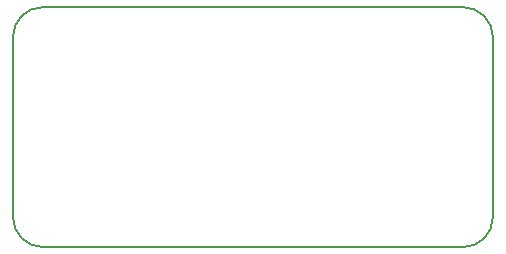
<source format=gbr>
G04 #@! TF.FileFunction,Profile,NP*
%FSLAX46Y46*%
G04 Gerber Fmt 4.6, Leading zero omitted, Abs format (unit mm)*
G04 Created by KiCad (PCBNEW 4.0.7) date 04/01/18 11:02:12*
%MOMM*%
%LPD*%
G01*
G04 APERTURE LIST*
%ADD10C,0.100000*%
%ADD11C,0.150000*%
G04 APERTURE END LIST*
D10*
D11*
X107950000Y-118110000D02*
X107950000Y-102870000D01*
X146050000Y-120650000D02*
X110490000Y-120650000D01*
X148590000Y-102870000D02*
X148590000Y-118110000D01*
X110490000Y-100330000D02*
X146050000Y-100330000D01*
X148590000Y-102870000D02*
G75*
G03X146050000Y-100330000I-2540000J0D01*
G01*
X146050000Y-120650000D02*
G75*
G03X148590000Y-118110000I0J2540000D01*
G01*
X107950000Y-118110000D02*
G75*
G03X110490000Y-120650000I2540000J0D01*
G01*
X110490000Y-100330000D02*
G75*
G03X107950000Y-102870000I0J-2540000D01*
G01*
M02*

</source>
